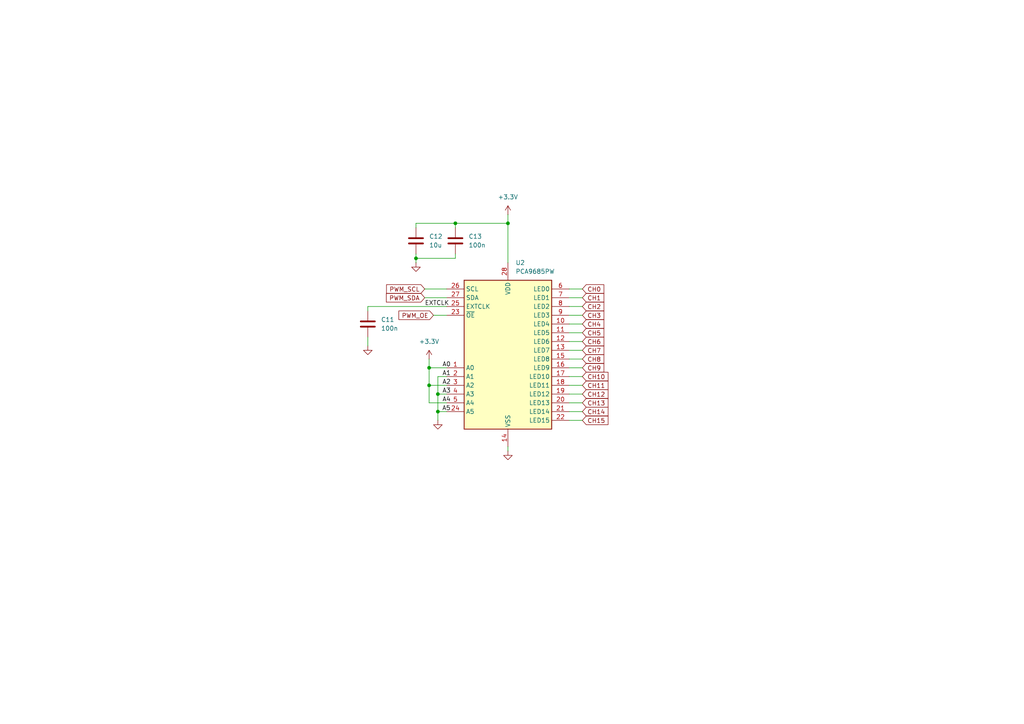
<source format=kicad_sch>
(kicad_sch
	(version 20231120)
	(generator "eeschema")
	(generator_version "8.0")
	(uuid "6ea3780f-ecad-43a6-a5ac-0d42157944fa")
	(paper "A4")
	(lib_symbols
		(symbol "Device:C"
			(pin_numbers hide)
			(pin_names
				(offset 0.254)
			)
			(exclude_from_sim no)
			(in_bom yes)
			(on_board yes)
			(property "Reference" "C"
				(at 0.635 2.54 0)
				(effects
					(font
						(size 1.27 1.27)
					)
					(justify left)
				)
			)
			(property "Value" "C"
				(at 0.635 -2.54 0)
				(effects
					(font
						(size 1.27 1.27)
					)
					(justify left)
				)
			)
			(property "Footprint" ""
				(at 0.9652 -3.81 0)
				(effects
					(font
						(size 1.27 1.27)
					)
					(hide yes)
				)
			)
			(property "Datasheet" "~"
				(at 0 0 0)
				(effects
					(font
						(size 1.27 1.27)
					)
					(hide yes)
				)
			)
			(property "Description" "Unpolarized capacitor"
				(at 0 0 0)
				(effects
					(font
						(size 1.27 1.27)
					)
					(hide yes)
				)
			)
			(property "ki_keywords" "cap capacitor"
				(at 0 0 0)
				(effects
					(font
						(size 1.27 1.27)
					)
					(hide yes)
				)
			)
			(property "ki_fp_filters" "C_*"
				(at 0 0 0)
				(effects
					(font
						(size 1.27 1.27)
					)
					(hide yes)
				)
			)
			(symbol "C_0_1"
				(polyline
					(pts
						(xy -2.032 -0.762) (xy 2.032 -0.762)
					)
					(stroke
						(width 0.508)
						(type default)
					)
					(fill
						(type none)
					)
				)
				(polyline
					(pts
						(xy -2.032 0.762) (xy 2.032 0.762)
					)
					(stroke
						(width 0.508)
						(type default)
					)
					(fill
						(type none)
					)
				)
			)
			(symbol "C_1_1"
				(pin passive line
					(at 0 3.81 270)
					(length 2.794)
					(name "~"
						(effects
							(font
								(size 1.27 1.27)
							)
						)
					)
					(number "1"
						(effects
							(font
								(size 1.27 1.27)
							)
						)
					)
				)
				(pin passive line
					(at 0 -3.81 90)
					(length 2.794)
					(name "~"
						(effects
							(font
								(size 1.27 1.27)
							)
						)
					)
					(number "2"
						(effects
							(font
								(size 1.27 1.27)
							)
						)
					)
				)
			)
		)
		(symbol "Driver_LED:PCA9685PW"
			(exclude_from_sim no)
			(in_bom yes)
			(on_board yes)
			(property "Reference" "U"
				(at -12.7 22.225 0)
				(effects
					(font
						(size 1.27 1.27)
					)
					(justify left)
				)
			)
			(property "Value" "PCA9685PW"
				(at 1.27 22.225 0)
				(effects
					(font
						(size 1.27 1.27)
					)
					(justify left)
				)
			)
			(property "Footprint" "Package_SO:TSSOP-28_4.4x9.7mm_P0.65mm"
				(at 0.635 -24.765 0)
				(effects
					(font
						(size 1.27 1.27)
					)
					(justify left)
					(hide yes)
				)
			)
			(property "Datasheet" "http://www.nxp.com/docs/en/data-sheet/PCA9685.pdf"
				(at -10.16 17.78 0)
				(effects
					(font
						(size 1.27 1.27)
					)
					(hide yes)
				)
			)
			(property "Description" "16-channel 12-bit PWM Fm+ I2C-bus LED controller RGBA TSSOP"
				(at 0 0 0)
				(effects
					(font
						(size 1.27 1.27)
					)
					(hide yes)
				)
			)
			(property "ki_keywords" "PWM LED driver I2C TSSOP"
				(at 0 0 0)
				(effects
					(font
						(size 1.27 1.27)
					)
					(hide yes)
				)
			)
			(property "ki_fp_filters" "TSSOP*4.4x9.7mm*P0.65mm*"
				(at 0 0 0)
				(effects
					(font
						(size 1.27 1.27)
					)
					(hide yes)
				)
			)
			(symbol "PCA9685PW_0_1"
				(rectangle
					(start -12.7 20.32)
					(end 12.7 -22.86)
					(stroke
						(width 0.254)
						(type default)
					)
					(fill
						(type background)
					)
				)
			)
			(symbol "PCA9685PW_1_1"
				(pin input line
					(at -17.78 -5.08 0)
					(length 5.08)
					(name "A0"
						(effects
							(font
								(size 1.27 1.27)
							)
						)
					)
					(number "1"
						(effects
							(font
								(size 1.27 1.27)
							)
						)
					)
				)
				(pin output line
					(at 17.78 7.62 180)
					(length 5.08)
					(name "LED4"
						(effects
							(font
								(size 1.27 1.27)
							)
						)
					)
					(number "10"
						(effects
							(font
								(size 1.27 1.27)
							)
						)
					)
				)
				(pin output line
					(at 17.78 5.08 180)
					(length 5.08)
					(name "LED5"
						(effects
							(font
								(size 1.27 1.27)
							)
						)
					)
					(number "11"
						(effects
							(font
								(size 1.27 1.27)
							)
						)
					)
				)
				(pin output line
					(at 17.78 2.54 180)
					(length 5.08)
					(name "LED6"
						(effects
							(font
								(size 1.27 1.27)
							)
						)
					)
					(number "12"
						(effects
							(font
								(size 1.27 1.27)
							)
						)
					)
				)
				(pin output line
					(at 17.78 0 180)
					(length 5.08)
					(name "LED7"
						(effects
							(font
								(size 1.27 1.27)
							)
						)
					)
					(number "13"
						(effects
							(font
								(size 1.27 1.27)
							)
						)
					)
				)
				(pin power_in line
					(at 0 -27.94 90)
					(length 5.08)
					(name "VSS"
						(effects
							(font
								(size 1.27 1.27)
							)
						)
					)
					(number "14"
						(effects
							(font
								(size 1.27 1.27)
							)
						)
					)
				)
				(pin output line
					(at 17.78 -2.54 180)
					(length 5.08)
					(name "LED8"
						(effects
							(font
								(size 1.27 1.27)
							)
						)
					)
					(number "15"
						(effects
							(font
								(size 1.27 1.27)
							)
						)
					)
				)
				(pin output line
					(at 17.78 -5.08 180)
					(length 5.08)
					(name "LED9"
						(effects
							(font
								(size 1.27 1.27)
							)
						)
					)
					(number "16"
						(effects
							(font
								(size 1.27 1.27)
							)
						)
					)
				)
				(pin output line
					(at 17.78 -7.62 180)
					(length 5.08)
					(name "LED10"
						(effects
							(font
								(size 1.27 1.27)
							)
						)
					)
					(number "17"
						(effects
							(font
								(size 1.27 1.27)
							)
						)
					)
				)
				(pin output line
					(at 17.78 -10.16 180)
					(length 5.08)
					(name "LED11"
						(effects
							(font
								(size 1.27 1.27)
							)
						)
					)
					(number "18"
						(effects
							(font
								(size 1.27 1.27)
							)
						)
					)
				)
				(pin output line
					(at 17.78 -12.7 180)
					(length 5.08)
					(name "LED12"
						(effects
							(font
								(size 1.27 1.27)
							)
						)
					)
					(number "19"
						(effects
							(font
								(size 1.27 1.27)
							)
						)
					)
				)
				(pin input line
					(at -17.78 -7.62 0)
					(length 5.08)
					(name "A1"
						(effects
							(font
								(size 1.27 1.27)
							)
						)
					)
					(number "2"
						(effects
							(font
								(size 1.27 1.27)
							)
						)
					)
				)
				(pin output line
					(at 17.78 -15.24 180)
					(length 5.08)
					(name "LED13"
						(effects
							(font
								(size 1.27 1.27)
							)
						)
					)
					(number "20"
						(effects
							(font
								(size 1.27 1.27)
							)
						)
					)
				)
				(pin output line
					(at 17.78 -17.78 180)
					(length 5.08)
					(name "LED14"
						(effects
							(font
								(size 1.27 1.27)
							)
						)
					)
					(number "21"
						(effects
							(font
								(size 1.27 1.27)
							)
						)
					)
				)
				(pin output line
					(at 17.78 -20.32 180)
					(length 5.08)
					(name "LED15"
						(effects
							(font
								(size 1.27 1.27)
							)
						)
					)
					(number "22"
						(effects
							(font
								(size 1.27 1.27)
							)
						)
					)
				)
				(pin input line
					(at -17.78 10.16 0)
					(length 5.08)
					(name "~{OE}"
						(effects
							(font
								(size 1.27 1.27)
							)
						)
					)
					(number "23"
						(effects
							(font
								(size 1.27 1.27)
							)
						)
					)
				)
				(pin input line
					(at -17.78 -17.78 0)
					(length 5.08)
					(name "A5"
						(effects
							(font
								(size 1.27 1.27)
							)
						)
					)
					(number "24"
						(effects
							(font
								(size 1.27 1.27)
							)
						)
					)
				)
				(pin input line
					(at -17.78 12.7 0)
					(length 5.08)
					(name "EXTCLK"
						(effects
							(font
								(size 1.27 1.27)
							)
						)
					)
					(number "25"
						(effects
							(font
								(size 1.27 1.27)
							)
						)
					)
				)
				(pin input line
					(at -17.78 17.78 0)
					(length 5.08)
					(name "SCL"
						(effects
							(font
								(size 1.27 1.27)
							)
						)
					)
					(number "26"
						(effects
							(font
								(size 1.27 1.27)
							)
						)
					)
				)
				(pin bidirectional line
					(at -17.78 15.24 0)
					(length 5.08)
					(name "SDA"
						(effects
							(font
								(size 1.27 1.27)
							)
						)
					)
					(number "27"
						(effects
							(font
								(size 1.27 1.27)
							)
						)
					)
				)
				(pin power_in line
					(at 0 25.4 270)
					(length 5.08)
					(name "VDD"
						(effects
							(font
								(size 1.27 1.27)
							)
						)
					)
					(number "28"
						(effects
							(font
								(size 1.27 1.27)
							)
						)
					)
				)
				(pin input line
					(at -17.78 -10.16 0)
					(length 5.08)
					(name "A2"
						(effects
							(font
								(size 1.27 1.27)
							)
						)
					)
					(number "3"
						(effects
							(font
								(size 1.27 1.27)
							)
						)
					)
				)
				(pin input line
					(at -17.78 -12.7 0)
					(length 5.08)
					(name "A3"
						(effects
							(font
								(size 1.27 1.27)
							)
						)
					)
					(number "4"
						(effects
							(font
								(size 1.27 1.27)
							)
						)
					)
				)
				(pin input line
					(at -17.78 -15.24 0)
					(length 5.08)
					(name "A4"
						(effects
							(font
								(size 1.27 1.27)
							)
						)
					)
					(number "5"
						(effects
							(font
								(size 1.27 1.27)
							)
						)
					)
				)
				(pin output line
					(at 17.78 17.78 180)
					(length 5.08)
					(name "LED0"
						(effects
							(font
								(size 1.27 1.27)
							)
						)
					)
					(number "6"
						(effects
							(font
								(size 1.27 1.27)
							)
						)
					)
				)
				(pin output line
					(at 17.78 15.24 180)
					(length 5.08)
					(name "LED1"
						(effects
							(font
								(size 1.27 1.27)
							)
						)
					)
					(number "7"
						(effects
							(font
								(size 1.27 1.27)
							)
						)
					)
				)
				(pin output line
					(at 17.78 12.7 180)
					(length 5.08)
					(name "LED2"
						(effects
							(font
								(size 1.27 1.27)
							)
						)
					)
					(number "8"
						(effects
							(font
								(size 1.27 1.27)
							)
						)
					)
				)
				(pin output line
					(at 17.78 10.16 180)
					(length 5.08)
					(name "LED3"
						(effects
							(font
								(size 1.27 1.27)
							)
						)
					)
					(number "9"
						(effects
							(font
								(size 1.27 1.27)
							)
						)
					)
				)
			)
		)
		(symbol "power:+3.3V"
			(power)
			(pin_numbers hide)
			(pin_names
				(offset 0) hide)
			(exclude_from_sim no)
			(in_bom yes)
			(on_board yes)
			(property "Reference" "#PWR"
				(at 0 -3.81 0)
				(effects
					(font
						(size 1.27 1.27)
					)
					(hide yes)
				)
			)
			(property "Value" "+3.3V"
				(at 0 3.556 0)
				(effects
					(font
						(size 1.27 1.27)
					)
				)
			)
			(property "Footprint" ""
				(at 0 0 0)
				(effects
					(font
						(size 1.27 1.27)
					)
					(hide yes)
				)
			)
			(property "Datasheet" ""
				(at 0 0 0)
				(effects
					(font
						(size 1.27 1.27)
					)
					(hide yes)
				)
			)
			(property "Description" "Power symbol creates a global label with name \"+3.3V\""
				(at 0 0 0)
				(effects
					(font
						(size 1.27 1.27)
					)
					(hide yes)
				)
			)
			(property "ki_keywords" "global power"
				(at 0 0 0)
				(effects
					(font
						(size 1.27 1.27)
					)
					(hide yes)
				)
			)
			(symbol "+3.3V_0_1"
				(polyline
					(pts
						(xy -0.762 1.27) (xy 0 2.54)
					)
					(stroke
						(width 0)
						(type default)
					)
					(fill
						(type none)
					)
				)
				(polyline
					(pts
						(xy 0 0) (xy 0 2.54)
					)
					(stroke
						(width 0)
						(type default)
					)
					(fill
						(type none)
					)
				)
				(polyline
					(pts
						(xy 0 2.54) (xy 0.762 1.27)
					)
					(stroke
						(width 0)
						(type default)
					)
					(fill
						(type none)
					)
				)
			)
			(symbol "+3.3V_1_1"
				(pin power_in line
					(at 0 0 90)
					(length 0)
					(name "~"
						(effects
							(font
								(size 1.27 1.27)
							)
						)
					)
					(number "1"
						(effects
							(font
								(size 1.27 1.27)
							)
						)
					)
				)
			)
		)
		(symbol "power:GND"
			(power)
			(pin_numbers hide)
			(pin_names
				(offset 0) hide)
			(exclude_from_sim no)
			(in_bom yes)
			(on_board yes)
			(property "Reference" "#PWR"
				(at 0 -6.35 0)
				(effects
					(font
						(size 1.27 1.27)
					)
					(hide yes)
				)
			)
			(property "Value" "GND"
				(at 0 -3.81 0)
				(effects
					(font
						(size 1.27 1.27)
					)
				)
			)
			(property "Footprint" ""
				(at 0 0 0)
				(effects
					(font
						(size 1.27 1.27)
					)
					(hide yes)
				)
			)
			(property "Datasheet" ""
				(at 0 0 0)
				(effects
					(font
						(size 1.27 1.27)
					)
					(hide yes)
				)
			)
			(property "Description" "Power symbol creates a global label with name \"GND\" , ground"
				(at 0 0 0)
				(effects
					(font
						(size 1.27 1.27)
					)
					(hide yes)
				)
			)
			(property "ki_keywords" "global power"
				(at 0 0 0)
				(effects
					(font
						(size 1.27 1.27)
					)
					(hide yes)
				)
			)
			(symbol "GND_0_1"
				(polyline
					(pts
						(xy 0 0) (xy 0 -1.27) (xy 1.27 -1.27) (xy 0 -2.54) (xy -1.27 -1.27) (xy 0 -1.27)
					)
					(stroke
						(width 0)
						(type default)
					)
					(fill
						(type none)
					)
				)
			)
			(symbol "GND_1_1"
				(pin power_in line
					(at 0 0 270)
					(length 0)
					(name "~"
						(effects
							(font
								(size 1.27 1.27)
							)
						)
					)
					(number "1"
						(effects
							(font
								(size 1.27 1.27)
							)
						)
					)
				)
			)
		)
	)
	(junction
		(at 124.46 106.68)
		(diameter 0)
		(color 0 0 0 0)
		(uuid "286cffd6-122d-4f0a-9f6f-7fd2b858b335")
	)
	(junction
		(at 132.08 64.77)
		(diameter 0)
		(color 0 0 0 0)
		(uuid "525af5a3-c164-4279-b902-bcd0ce3f9308")
	)
	(junction
		(at 120.65 74.93)
		(diameter 0)
		(color 0 0 0 0)
		(uuid "9e125e1b-2326-46dd-b301-8a91a50325fb")
	)
	(junction
		(at 147.32 64.77)
		(diameter 0)
		(color 0 0 0 0)
		(uuid "b77899cc-03f8-46db-81e2-ff652b9ee9f7")
	)
	(junction
		(at 127 119.38)
		(diameter 0)
		(color 0 0 0 0)
		(uuid "cf6606f5-88d8-4115-8f00-527f57ae188f")
	)
	(junction
		(at 127 114.3)
		(diameter 0)
		(color 0 0 0 0)
		(uuid "dcaf2442-d55c-46e4-b99a-25d009a413d9")
	)
	(junction
		(at 124.46 111.76)
		(diameter 0)
		(color 0 0 0 0)
		(uuid "fd7299d3-33bd-4b92-994a-6126e0e77b2a")
	)
	(wire
		(pts
			(xy 165.1 96.52) (xy 168.91 96.52)
		)
		(stroke
			(width 0)
			(type default)
		)
		(uuid "0324d7e7-c77d-4107-a824-8b25ab530d25")
	)
	(wire
		(pts
			(xy 120.65 66.04) (xy 120.65 64.77)
		)
		(stroke
			(width 0)
			(type default)
		)
		(uuid "03c054f3-4cb1-4c10-9ec8-65050bef6fa7")
	)
	(wire
		(pts
			(xy 127 109.22) (xy 129.54 109.22)
		)
		(stroke
			(width 0)
			(type default)
		)
		(uuid "07f1d079-8c5f-4a7c-9f79-3464842d4f1e")
	)
	(wire
		(pts
			(xy 147.32 62.23) (xy 147.32 64.77)
		)
		(stroke
			(width 0)
			(type default)
		)
		(uuid "0f8dddc7-c262-4582-9810-c5c98b8aabbf")
	)
	(wire
		(pts
			(xy 124.46 116.84) (xy 129.54 116.84)
		)
		(stroke
			(width 0)
			(type default)
		)
		(uuid "31c75294-e353-4898-9fe8-19d5fdc1edfc")
	)
	(wire
		(pts
			(xy 127 119.38) (xy 127 121.92)
		)
		(stroke
			(width 0)
			(type default)
		)
		(uuid "35c004e3-731d-446c-8dec-e69d2ca4ee0d")
	)
	(wire
		(pts
			(xy 124.46 106.68) (xy 124.46 111.76)
		)
		(stroke
			(width 0)
			(type default)
		)
		(uuid "3b1cf096-1b9b-4d3e-9588-a478fb6514c8")
	)
	(wire
		(pts
			(xy 165.1 83.82) (xy 168.91 83.82)
		)
		(stroke
			(width 0)
			(type default)
		)
		(uuid "447627fa-642c-4dea-bc9c-a1a3b408eaab")
	)
	(wire
		(pts
			(xy 120.65 74.93) (xy 120.65 76.2)
		)
		(stroke
			(width 0)
			(type default)
		)
		(uuid "4629f2ea-0df2-481f-a9f9-ee674f36327a")
	)
	(wire
		(pts
			(xy 124.46 104.14) (xy 124.46 106.68)
		)
		(stroke
			(width 0)
			(type default)
		)
		(uuid "46de04d9-7603-4d1f-8a67-8d9888493952")
	)
	(wire
		(pts
			(xy 165.1 104.14) (xy 168.91 104.14)
		)
		(stroke
			(width 0)
			(type default)
		)
		(uuid "4c70dd2a-e14f-42c7-b10d-ce9fc281fd31")
	)
	(wire
		(pts
			(xy 165.1 93.98) (xy 168.91 93.98)
		)
		(stroke
			(width 0)
			(type default)
		)
		(uuid "531dfee3-9d25-4fcf-bd3b-bbac919585f5")
	)
	(wire
		(pts
			(xy 147.32 76.2) (xy 147.32 64.77)
		)
		(stroke
			(width 0)
			(type default)
		)
		(uuid "5773e75b-b4e0-449f-8d72-960db10d2400")
	)
	(wire
		(pts
			(xy 165.1 88.9) (xy 168.91 88.9)
		)
		(stroke
			(width 0)
			(type default)
		)
		(uuid "60b80d2e-6d14-45d2-bb8e-ee171c49032b")
	)
	(wire
		(pts
			(xy 123.19 83.82) (xy 129.54 83.82)
		)
		(stroke
			(width 0)
			(type default)
		)
		(uuid "61211e61-b1eb-4371-a324-e82fc2ad9705")
	)
	(wire
		(pts
			(xy 127 119.38) (xy 129.54 119.38)
		)
		(stroke
			(width 0)
			(type default)
		)
		(uuid "666f2bb5-590c-4a9d-9653-280f87df8ebb")
	)
	(wire
		(pts
			(xy 106.68 97.79) (xy 106.68 100.33)
		)
		(stroke
			(width 0)
			(type default)
		)
		(uuid "68c3d091-3b1c-4309-9b66-9b513ca47e03")
	)
	(wire
		(pts
			(xy 127 114.3) (xy 129.54 114.3)
		)
		(stroke
			(width 0)
			(type default)
		)
		(uuid "6d2e5d77-ad65-4a4e-b8f7-8ca5860aa3bd")
	)
	(wire
		(pts
			(xy 124.46 106.68) (xy 129.54 106.68)
		)
		(stroke
			(width 0)
			(type default)
		)
		(uuid "706694bc-0a45-4686-b351-c90330baac8b")
	)
	(wire
		(pts
			(xy 124.46 111.76) (xy 129.54 111.76)
		)
		(stroke
			(width 0)
			(type default)
		)
		(uuid "70d4c428-7d0a-46f8-a192-789e35db70f8")
	)
	(wire
		(pts
			(xy 106.68 88.9) (xy 129.54 88.9)
		)
		(stroke
			(width 0)
			(type default)
		)
		(uuid "72e6b2de-b777-43fe-9a57-bd4d20706a7f")
	)
	(wire
		(pts
			(xy 124.46 116.84) (xy 124.46 111.76)
		)
		(stroke
			(width 0)
			(type default)
		)
		(uuid "7a1ba873-599c-4f2d-ba07-ef129650631a")
	)
	(wire
		(pts
			(xy 165.1 121.92) (xy 168.91 121.92)
		)
		(stroke
			(width 0)
			(type default)
		)
		(uuid "7eefefee-c18c-4eeb-8f1d-e02943cc6156")
	)
	(wire
		(pts
			(xy 120.65 74.93) (xy 120.65 73.66)
		)
		(stroke
			(width 0)
			(type default)
		)
		(uuid "7f498a3c-10bd-4c3f-88e2-9b6922c8aed8")
	)
	(wire
		(pts
			(xy 147.32 129.54) (xy 147.32 130.81)
		)
		(stroke
			(width 0)
			(type default)
		)
		(uuid "817d2c43-004d-41ea-98e3-04697ef3e255")
	)
	(wire
		(pts
			(xy 165.1 106.68) (xy 168.91 106.68)
		)
		(stroke
			(width 0)
			(type default)
		)
		(uuid "93912e09-b05f-4165-944d-ba89ea77c1c9")
	)
	(wire
		(pts
			(xy 165.1 101.6) (xy 168.91 101.6)
		)
		(stroke
			(width 0)
			(type default)
		)
		(uuid "9430b5a1-1df1-404d-8c11-5806b4d547ed")
	)
	(wire
		(pts
			(xy 132.08 74.93) (xy 120.65 74.93)
		)
		(stroke
			(width 0)
			(type default)
		)
		(uuid "9bcf92c6-1ee5-4860-bf04-6ea464b117a2")
	)
	(wire
		(pts
			(xy 165.1 91.44) (xy 168.91 91.44)
		)
		(stroke
			(width 0)
			(type default)
		)
		(uuid "ab3b3ba3-3a0f-4d8e-a5b6-2f83a6c1a086")
	)
	(wire
		(pts
			(xy 165.1 114.3) (xy 168.91 114.3)
		)
		(stroke
			(width 0)
			(type default)
		)
		(uuid "ac72295c-f8cc-471a-9c7b-046beef74763")
	)
	(wire
		(pts
			(xy 165.1 109.22) (xy 168.91 109.22)
		)
		(stroke
			(width 0)
			(type default)
		)
		(uuid "ad25a687-e652-403f-a7b0-a4383be9582e")
	)
	(wire
		(pts
			(xy 132.08 73.66) (xy 132.08 74.93)
		)
		(stroke
			(width 0)
			(type default)
		)
		(uuid "ad55484d-23ca-4fd4-9cc5-fea9b4c156f6")
	)
	(wire
		(pts
			(xy 165.1 86.36) (xy 168.91 86.36)
		)
		(stroke
			(width 0)
			(type default)
		)
		(uuid "c58bc5f1-3073-4562-b733-ba995ea929a3")
	)
	(wire
		(pts
			(xy 125.73 91.44) (xy 129.54 91.44)
		)
		(stroke
			(width 0)
			(type default)
		)
		(uuid "c6257cdb-6eb0-4303-9f2d-52b03f65e065")
	)
	(wire
		(pts
			(xy 127 109.22) (xy 127 114.3)
		)
		(stroke
			(width 0)
			(type default)
		)
		(uuid "cf0b02fa-1908-40dc-bbc1-135e435d2a8c")
	)
	(wire
		(pts
			(xy 165.1 119.38) (xy 168.91 119.38)
		)
		(stroke
			(width 0)
			(type default)
		)
		(uuid "cf844f40-0795-43bd-9c0b-5174ba29bb2e")
	)
	(wire
		(pts
			(xy 132.08 66.04) (xy 132.08 64.77)
		)
		(stroke
			(width 0)
			(type default)
		)
		(uuid "de921fa5-49c6-4c89-a6b4-d2c9e0e53039")
	)
	(wire
		(pts
			(xy 165.1 99.06) (xy 168.91 99.06)
		)
		(stroke
			(width 0)
			(type default)
		)
		(uuid "df9e30ed-ef69-49bf-a69f-1be9b91ca562")
	)
	(wire
		(pts
			(xy 120.65 64.77) (xy 132.08 64.77)
		)
		(stroke
			(width 0)
			(type default)
		)
		(uuid "e248a6ec-8a40-41ee-91c0-ee628f91c182")
	)
	(wire
		(pts
			(xy 165.1 111.76) (xy 168.91 111.76)
		)
		(stroke
			(width 0)
			(type default)
		)
		(uuid "e64b9a95-b9e4-417f-a5b1-42ff3066fcd4")
	)
	(wire
		(pts
			(xy 106.68 88.9) (xy 106.68 90.17)
		)
		(stroke
			(width 0)
			(type default)
		)
		(uuid "ec041ede-0eae-401c-ac44-0083d41bfd2c")
	)
	(wire
		(pts
			(xy 123.19 86.36) (xy 129.54 86.36)
		)
		(stroke
			(width 0)
			(type default)
		)
		(uuid "f20c827f-27c6-41d7-87c7-e2c363f7d6f7")
	)
	(wire
		(pts
			(xy 127 114.3) (xy 127 119.38)
		)
		(stroke
			(width 0)
			(type default)
		)
		(uuid "f273932e-b001-4ebe-bd89-b52f3621bda3")
	)
	(wire
		(pts
			(xy 147.32 64.77) (xy 132.08 64.77)
		)
		(stroke
			(width 0)
			(type default)
		)
		(uuid "f6987864-7d5f-4bc9-9f55-2b119ee2887f")
	)
	(wire
		(pts
			(xy 165.1 116.84) (xy 168.91 116.84)
		)
		(stroke
			(width 0)
			(type default)
		)
		(uuid "ffdb5b53-2b1c-4a1d-968d-40249464d482")
	)
	(label "EXTCLK"
		(at 123.19 88.9 0)
		(effects
			(font
				(size 1.27 1.27)
			)
			(justify left bottom)
		)
		(uuid "25bc3bbe-ea28-4907-9042-d7360e6873d2")
	)
	(label "A3"
		(at 128.27 114.3 0)
		(effects
			(font
				(size 1.27 1.27)
			)
			(justify left bottom)
		)
		(uuid "5cfb3b3d-48a1-4f43-8d0d-919d5ed0f9d3")
	)
	(label "A2"
		(at 128.27 111.76 0)
		(effects
			(font
				(size 1.27 1.27)
			)
			(justify left bottom)
		)
		(uuid "731a36b6-2d57-420a-85b2-819bc608fa2e")
	)
	(label "A0"
		(at 128.27 106.68 0)
		(effects
			(font
				(size 1.27 1.27)
			)
			(justify left bottom)
		)
		(uuid "92378605-a2a1-4321-9399-ddc11db56a65")
	)
	(label "A5"
		(at 128.2199 119.38 0)
		(effects
			(font
				(size 1.27 1.27)
			)
			(justify left bottom)
		)
		(uuid "98583b4d-141a-4fd3-9ff6-bd51aeeb40b9")
	)
	(label "A1"
		(at 128.27 109.22 0)
		(effects
			(font
				(size 1.27 1.27)
			)
			(justify left bottom)
		)
		(uuid "aca32e6c-7016-4be0-9dd0-429b3ae952f6")
	)
	(label "A4"
		(at 128.27 116.84 0)
		(effects
			(font
				(size 1.27 1.27)
			)
			(justify left bottom)
		)
		(uuid "df168024-a53e-4db7-8b7c-907ad8a54dd4")
	)
	(global_label "CH1"
		(shape input)
		(at 168.91 86.36 0)
		(fields_autoplaced yes)
		(effects
			(font
				(size 1.27 1.27)
			)
			(justify left)
		)
		(uuid "01bf4077-260b-485d-9304-099849373713")
		(property "Intersheetrefs" "${INTERSHEET_REFS}"
			(at 175.7052 86.36 0)
			(effects
				(font
					(size 1.27 1.27)
				)
				(justify left)
				(hide yes)
			)
		)
	)
	(global_label "PWM_SDA"
		(shape input)
		(at 123.19 86.36 180)
		(fields_autoplaced yes)
		(effects
			(font
				(size 1.27 1.27)
			)
			(justify right)
		)
		(uuid "20fdb4b8-184c-491c-8f7c-38149f873af8")
		(property "Intersheetrefs" "${INTERSHEET_REFS}"
			(at 111.4963 86.36 0)
			(effects
				(font
					(size 1.27 1.27)
				)
				(justify right)
				(hide yes)
			)
		)
	)
	(global_label "CH11"
		(shape input)
		(at 168.91 111.76 0)
		(fields_autoplaced yes)
		(effects
			(font
				(size 1.27 1.27)
			)
			(justify left)
		)
		(uuid "21751ee0-4c99-47e1-b40f-97b325725bf6")
		(property "Intersheetrefs" "${INTERSHEET_REFS}"
			(at 176.9147 111.76 0)
			(effects
				(font
					(size 1.27 1.27)
				)
				(justify left)
				(hide yes)
			)
		)
	)
	(global_label "CH4"
		(shape input)
		(at 168.91 93.98 0)
		(fields_autoplaced yes)
		(effects
			(font
				(size 1.27 1.27)
			)
			(justify left)
		)
		(uuid "29aced03-910f-467f-8bbe-90dbce52b59e")
		(property "Intersheetrefs" "${INTERSHEET_REFS}"
			(at 175.7052 93.98 0)
			(effects
				(font
					(size 1.27 1.27)
				)
				(justify left)
				(hide yes)
			)
		)
	)
	(global_label "CH7"
		(shape input)
		(at 168.91 101.6 0)
		(fields_autoplaced yes)
		(effects
			(font
				(size 1.27 1.27)
			)
			(justify left)
		)
		(uuid "36897b59-a4e0-4392-810c-67c5d9d025a7")
		(property "Intersheetrefs" "${INTERSHEET_REFS}"
			(at 175.7052 101.6 0)
			(effects
				(font
					(size 1.27 1.27)
				)
				(justify left)
				(hide yes)
			)
		)
	)
	(global_label "CH9"
		(shape input)
		(at 168.91 106.68 0)
		(fields_autoplaced yes)
		(effects
			(font
				(size 1.27 1.27)
			)
			(justify left)
		)
		(uuid "3b22db8e-d77e-4abd-bc41-04158f2c4d15")
		(property "Intersheetrefs" "${INTERSHEET_REFS}"
			(at 175.7052 106.68 0)
			(effects
				(font
					(size 1.27 1.27)
				)
				(justify left)
				(hide yes)
			)
		)
	)
	(global_label "CH8"
		(shape input)
		(at 168.91 104.14 0)
		(fields_autoplaced yes)
		(effects
			(font
				(size 1.27 1.27)
			)
			(justify left)
		)
		(uuid "3d2a13f1-4910-4baa-a6cc-62865e7d228e")
		(property "Intersheetrefs" "${INTERSHEET_REFS}"
			(at 175.7052 104.14 0)
			(effects
				(font
					(size 1.27 1.27)
				)
				(justify left)
				(hide yes)
			)
		)
	)
	(global_label "CH5"
		(shape input)
		(at 168.91 96.52 0)
		(fields_autoplaced yes)
		(effects
			(font
				(size 1.27 1.27)
			)
			(justify left)
		)
		(uuid "4081c8a5-5fa5-40e2-b77d-b61b36a08206")
		(property "Intersheetrefs" "${INTERSHEET_REFS}"
			(at 175.7052 96.52 0)
			(effects
				(font
					(size 1.27 1.27)
				)
				(justify left)
				(hide yes)
			)
		)
	)
	(global_label "CH0"
		(shape input)
		(at 168.91 83.82 0)
		(fields_autoplaced yes)
		(effects
			(font
				(size 1.27 1.27)
			)
			(justify left)
		)
		(uuid "58228465-9e93-4e16-b0ef-57ec92e6e50b")
		(property "Intersheetrefs" "${INTERSHEET_REFS}"
			(at 175.7052 83.82 0)
			(effects
				(font
					(size 1.27 1.27)
				)
				(justify left)
				(hide yes)
			)
		)
	)
	(global_label "CH10"
		(shape input)
		(at 168.91 109.22 0)
		(fields_autoplaced yes)
		(effects
			(font
				(size 1.27 1.27)
			)
			(justify left)
		)
		(uuid "60193025-0089-4127-ab7d-e2c09166756b")
		(property "Intersheetrefs" "${INTERSHEET_REFS}"
			(at 176.9147 109.22 0)
			(effects
				(font
					(size 1.27 1.27)
				)
				(justify left)
				(hide yes)
			)
		)
	)
	(global_label "CH2"
		(shape input)
		(at 168.91 88.9 0)
		(fields_autoplaced yes)
		(effects
			(font
				(size 1.27 1.27)
			)
			(justify left)
		)
		(uuid "738fdec5-577a-4fd8-a5a1-4e8c7f51e192")
		(property "Intersheetrefs" "${INTERSHEET_REFS}"
			(at 175.7052 88.9 0)
			(effects
				(font
					(size 1.27 1.27)
				)
				(justify left)
				(hide yes)
			)
		)
	)
	(global_label "CH6"
		(shape input)
		(at 168.91 99.06 0)
		(fields_autoplaced yes)
		(effects
			(font
				(size 1.27 1.27)
			)
			(justify left)
		)
		(uuid "748d852c-b50a-4ff2-aee8-25954e46d581")
		(property "Intersheetrefs" "${INTERSHEET_REFS}"
			(at 175.7052 99.06 0)
			(effects
				(font
					(size 1.27 1.27)
				)
				(justify left)
				(hide yes)
			)
		)
	)
	(global_label "CH13"
		(shape input)
		(at 168.91 116.84 0)
		(fields_autoplaced yes)
		(effects
			(font
				(size 1.27 1.27)
			)
			(justify left)
		)
		(uuid "88600226-e94c-4180-9311-33d140478a82")
		(property "Intersheetrefs" "${INTERSHEET_REFS}"
			(at 176.9147 116.84 0)
			(effects
				(font
					(size 1.27 1.27)
				)
				(justify left)
				(hide yes)
			)
		)
	)
	(global_label "PWM_SCL"
		(shape input)
		(at 123.19 83.82 180)
		(fields_autoplaced yes)
		(effects
			(font
				(size 1.27 1.27)
			)
			(justify right)
		)
		(uuid "88fb898b-777d-431f-8a43-3357317bd3b5")
		(property "Intersheetrefs" "${INTERSHEET_REFS}"
			(at 111.5568 83.82 0)
			(effects
				(font
					(size 1.27 1.27)
				)
				(justify right)
				(hide yes)
			)
		)
	)
	(global_label "CH3"
		(shape input)
		(at 168.91 91.44 0)
		(fields_autoplaced yes)
		(effects
			(font
				(size 1.27 1.27)
			)
			(justify left)
		)
		(uuid "92da6d59-373e-4d5d-a0b6-9360801826ea")
		(property "Intersheetrefs" "${INTERSHEET_REFS}"
			(at 175.7052 91.44 0)
			(effects
				(font
					(size 1.27 1.27)
				)
				(justify left)
				(hide yes)
			)
		)
	)
	(global_label "CH14"
		(shape input)
		(at 168.91 119.38 0)
		(fields_autoplaced yes)
		(effects
			(font
				(size 1.27 1.27)
			)
			(justify left)
		)
		(uuid "aeb22e60-26f7-442d-b177-fd84a36a127c")
		(property "Intersheetrefs" "${INTERSHEET_REFS}"
			(at 176.9147 119.38 0)
			(effects
				(font
					(size 1.27 1.27)
				)
				(justify left)
				(hide yes)
			)
		)
	)
	(global_label "PWM_OE"
		(shape input)
		(at 125.73 91.44 180)
		(fields_autoplaced yes)
		(effects
			(font
				(size 1.27 1.27)
			)
			(justify right)
		)
		(uuid "b34bfa0e-2471-46d7-8f44-1a2fc0d1a8e0")
		(property "Intersheetrefs" "${INTERSHEET_REFS}"
			(at 115.1249 91.44 0)
			(effects
				(font
					(size 1.27 1.27)
				)
				(justify right)
				(hide yes)
			)
		)
	)
	(global_label "CH15"
		(shape input)
		(at 168.91 121.92 0)
		(fields_autoplaced yes)
		(effects
			(font
				(size 1.27 1.27)
			)
			(justify left)
		)
		(uuid "c6efcc7e-ac86-4fce-a814-20e056734ff2")
		(property "Intersheetrefs" "${INTERSHEET_REFS}"
			(at 176.9147 121.92 0)
			(effects
				(font
					(size 1.27 1.27)
				)
				(justify left)
				(hide yes)
			)
		)
	)
	(global_label "CH12"
		(shape input)
		(at 168.91 114.3 0)
		(fields_autoplaced yes)
		(effects
			(font
				(size 1.27 1.27)
			)
			(justify left)
		)
		(uuid "e3e46263-1469-4fda-8245-9f14392df853")
		(property "Intersheetrefs" "${INTERSHEET_REFS}"
			(at 176.9147 114.3 0)
			(effects
				(font
					(size 1.27 1.27)
				)
				(justify left)
				(hide yes)
			)
		)
	)
	(symbol
		(lib_id "power:GND")
		(at 106.68 100.33 0)
		(unit 1)
		(exclude_from_sim no)
		(in_bom yes)
		(on_board yes)
		(dnp no)
		(fields_autoplaced yes)
		(uuid "16011d7c-1797-4c1e-8580-d69bc2751f82")
		(property "Reference" "#PWR016"
			(at 106.68 106.68 0)
			(effects
				(font
					(size 1.27 1.27)
				)
				(hide yes)
			)
		)
		(property "Value" "GND"
			(at 106.68 105.41 0)
			(effects
				(font
					(size 1.27 1.27)
				)
				(hide yes)
			)
		)
		(property "Footprint" ""
			(at 106.68 100.33 0)
			(effects
				(font
					(size 1.27 1.27)
				)
				(hide yes)
			)
		)
		(property "Datasheet" ""
			(at 106.68 100.33 0)
			(effects
				(font
					(size 1.27 1.27)
				)
				(hide yes)
			)
		)
		(property "Description" "Power symbol creates a global label with name \"GND\" , ground"
			(at 106.68 100.33 0)
			(effects
				(font
					(size 1.27 1.27)
				)
				(hide yes)
			)
		)
		(pin "1"
			(uuid "f574cc74-e37b-442c-a625-566d539c9e12")
		)
		(instances
			(project "V1.03"
				(path "/e8380e09-dbfb-452d-aae9-f4ebc3c118cf/4c758029-52cf-4f61-8cf4-8aa3c6645383"
					(reference "#PWR016")
					(unit 1)
				)
			)
		)
	)
	(symbol
		(lib_id "power:GND")
		(at 147.32 130.81 0)
		(unit 1)
		(exclude_from_sim no)
		(in_bom yes)
		(on_board yes)
		(dnp no)
		(fields_autoplaced yes)
		(uuid "5591425a-5458-42d2-8093-87e72a0a385f")
		(property "Reference" "#PWR021"
			(at 147.32 137.16 0)
			(effects
				(font
					(size 1.27 1.27)
				)
				(hide yes)
			)
		)
		(property "Value" "GND"
			(at 147.32 135.89 0)
			(effects
				(font
					(size 1.27 1.27)
				)
				(hide yes)
			)
		)
		(property "Footprint" ""
			(at 147.32 130.81 0)
			(effects
				(font
					(size 1.27 1.27)
				)
				(hide yes)
			)
		)
		(property "Datasheet" ""
			(at 147.32 130.81 0)
			(effects
				(font
					(size 1.27 1.27)
				)
				(hide yes)
			)
		)
		(property "Description" "Power symbol creates a global label with name \"GND\" , ground"
			(at 147.32 130.81 0)
			(effects
				(font
					(size 1.27 1.27)
				)
				(hide yes)
			)
		)
		(pin "1"
			(uuid "932b74bc-ffe4-4b1c-97cf-a2f6896af021")
		)
		(instances
			(project "V1.03"
				(path "/e8380e09-dbfb-452d-aae9-f4ebc3c118cf/4c758029-52cf-4f61-8cf4-8aa3c6645383"
					(reference "#PWR021")
					(unit 1)
				)
			)
		)
	)
	(symbol
		(lib_id "power:+3.3V")
		(at 124.46 104.14 0)
		(unit 1)
		(exclude_from_sim no)
		(in_bom yes)
		(on_board yes)
		(dnp no)
		(fields_autoplaced yes)
		(uuid "74e24bc3-de19-4138-8b70-6dd60bf1ae57")
		(property "Reference" "#PWR018"
			(at 124.46 107.95 0)
			(effects
				(font
					(size 1.27 1.27)
				)
				(hide yes)
			)
		)
		(property "Value" "+3.3V"
			(at 124.46 99.06 0)
			(effects
				(font
					(size 1.27 1.27)
				)
			)
		)
		(property "Footprint" ""
			(at 124.46 104.14 0)
			(effects
				(font
					(size 1.27 1.27)
				)
				(hide yes)
			)
		)
		(property "Datasheet" ""
			(at 124.46 104.14 0)
			(effects
				(font
					(size 1.27 1.27)
				)
				(hide yes)
			)
		)
		(property "Description" "Power symbol creates a global label with name \"+3.3V\""
			(at 124.46 104.14 0)
			(effects
				(font
					(size 1.27 1.27)
				)
				(hide yes)
			)
		)
		(pin "1"
			(uuid "f6c90e5f-92a3-4a9d-855f-f14746cb2c26")
		)
		(instances
			(project "V1.03"
				(path "/e8380e09-dbfb-452d-aae9-f4ebc3c118cf/4c758029-52cf-4f61-8cf4-8aa3c6645383"
					(reference "#PWR018")
					(unit 1)
				)
			)
		)
	)
	(symbol
		(lib_id "Device:C")
		(at 120.65 69.85 0)
		(unit 1)
		(exclude_from_sim no)
		(in_bom yes)
		(on_board yes)
		(dnp no)
		(fields_autoplaced yes)
		(uuid "758df2ad-6ede-4cc0-a6a5-627e88dc4e7f")
		(property "Reference" "C12"
			(at 124.46 68.5799 0)
			(effects
				(font
					(size 1.27 1.27)
				)
				(justify left)
			)
		)
		(property "Value" "10u"
			(at 124.46 71.1199 0)
			(effects
				(font
					(size 1.27 1.27)
				)
				(justify left)
			)
		)
		(property "Footprint" "Capacitor_SMD:C_0603_1608Metric"
			(at 121.6152 73.66 0)
			(effects
				(font
					(size 1.27 1.27)
				)
				(hide yes)
			)
		)
		(property "Datasheet" "~"
			(at 120.65 69.85 0)
			(effects
				(font
					(size 1.27 1.27)
				)
				(hide yes)
			)
		)
		(property "Description" "Unpolarized capacitor"
			(at 120.65 69.85 0)
			(effects
				(font
					(size 1.27 1.27)
				)
				(hide yes)
			)
		)
		(pin "1"
			(uuid "c7416f2f-c8d1-4fee-b229-168dd34b1733")
		)
		(pin "2"
			(uuid "816490bb-14b5-4779-b42d-4f6a03050023")
		)
		(instances
			(project "V1.03"
				(path "/e8380e09-dbfb-452d-aae9-f4ebc3c118cf/4c758029-52cf-4f61-8cf4-8aa3c6645383"
					(reference "C12")
					(unit 1)
				)
			)
		)
	)
	(symbol
		(lib_id "Device:C")
		(at 132.08 69.85 0)
		(unit 1)
		(exclude_from_sim no)
		(in_bom yes)
		(on_board yes)
		(dnp no)
		(fields_autoplaced yes)
		(uuid "8b2a653a-57fa-40a1-b129-af79c17047d4")
		(property "Reference" "C13"
			(at 135.89 68.5799 0)
			(effects
				(font
					(size 1.27 1.27)
				)
				(justify left)
			)
		)
		(property "Value" "100n"
			(at 135.89 71.1199 0)
			(effects
				(font
					(size 1.27 1.27)
				)
				(justify left)
			)
		)
		(property "Footprint" "Capacitor_SMD:C_0402_1005Metric"
			(at 133.0452 73.66 0)
			(effects
				(font
					(size 1.27 1.27)
				)
				(hide yes)
			)
		)
		(property "Datasheet" "~"
			(at 132.08 69.85 0)
			(effects
				(font
					(size 1.27 1.27)
				)
				(hide yes)
			)
		)
		(property "Description" "Unpolarized capacitor"
			(at 132.08 69.85 0)
			(effects
				(font
					(size 1.27 1.27)
				)
				(hide yes)
			)
		)
		(pin "1"
			(uuid "0de0a1ac-487d-4223-bc69-d6ca9ee3250c")
		)
		(pin "2"
			(uuid "0902e55f-f264-4ac4-ab1c-dca919ab100e")
		)
		(instances
			(project "V1.03"
				(path "/e8380e09-dbfb-452d-aae9-f4ebc3c118cf/4c758029-52cf-4f61-8cf4-8aa3c6645383"
					(reference "C13")
					(unit 1)
				)
			)
		)
	)
	(symbol
		(lib_id "power:GND")
		(at 127 121.92 0)
		(unit 1)
		(exclude_from_sim no)
		(in_bom yes)
		(on_board yes)
		(dnp no)
		(fields_autoplaced yes)
		(uuid "9a0214aa-e9a1-42fe-9b59-871d83c092e2")
		(property "Reference" "#PWR019"
			(at 127 128.27 0)
			(effects
				(font
					(size 1.27 1.27)
				)
				(hide yes)
			)
		)
		(property "Value" "GND"
			(at 127 127 0)
			(effects
				(font
					(size 1.27 1.27)
				)
				(hide yes)
			)
		)
		(property "Footprint" ""
			(at 127 121.92 0)
			(effects
				(font
					(size 1.27 1.27)
				)
				(hide yes)
			)
		)
		(property "Datasheet" ""
			(at 127 121.92 0)
			(effects
				(font
					(size 1.27 1.27)
				)
				(hide yes)
			)
		)
		(property "Description" "Power symbol creates a global label with name \"GND\" , ground"
			(at 127 121.92 0)
			(effects
				(font
					(size 1.27 1.27)
				)
				(hide yes)
			)
		)
		(pin "1"
			(uuid "47cb4938-f273-4240-99de-2edd52683008")
		)
		(instances
			(project "V1.03"
				(path "/e8380e09-dbfb-452d-aae9-f4ebc3c118cf/4c758029-52cf-4f61-8cf4-8aa3c6645383"
					(reference "#PWR019")
					(unit 1)
				)
			)
		)
	)
	(symbol
		(lib_id "power:+3.3V")
		(at 147.32 62.23 0)
		(unit 1)
		(exclude_from_sim no)
		(in_bom yes)
		(on_board yes)
		(dnp no)
		(fields_autoplaced yes)
		(uuid "ca378c45-b330-419f-9bd8-edb06e29172c")
		(property "Reference" "#PWR020"
			(at 147.32 66.04 0)
			(effects
				(font
					(size 1.27 1.27)
				)
				(hide yes)
			)
		)
		(property "Value" "+3.3V"
			(at 147.32 57.15 0)
			(effects
				(font
					(size 1.27 1.27)
				)
			)
		)
		(property "Footprint" ""
			(at 147.32 62.23 0)
			(effects
				(font
					(size 1.27 1.27)
				)
				(hide yes)
			)
		)
		(property "Datasheet" ""
			(at 147.32 62.23 0)
			(effects
				(font
					(size 1.27 1.27)
				)
				(hide yes)
			)
		)
		(property "Description" "Power symbol creates a global label with name \"+3.3V\""
			(at 147.32 62.23 0)
			(effects
				(font
					(size 1.27 1.27)
				)
				(hide yes)
			)
		)
		(pin "1"
			(uuid "80a1f1f1-9991-441f-9409-0317e14f178f")
		)
		(instances
			(project "V1.03"
				(path "/e8380e09-dbfb-452d-aae9-f4ebc3c118cf/4c758029-52cf-4f61-8cf4-8aa3c6645383"
					(reference "#PWR020")
					(unit 1)
				)
			)
		)
	)
	(symbol
		(lib_id "Driver_LED:PCA9685PW")
		(at 147.32 101.6 0)
		(unit 1)
		(exclude_from_sim no)
		(in_bom yes)
		(on_board yes)
		(dnp no)
		(fields_autoplaced yes)
		(uuid "caf091e1-52a2-4007-b945-6ee1a7e9f067")
		(property "Reference" "U2"
			(at 149.5141 76.2 0)
			(effects
				(font
					(size 1.27 1.27)
				)
				(justify left)
			)
		)
		(property "Value" "PCA9685PW"
			(at 149.5141 78.74 0)
			(effects
				(font
					(size 1.27 1.27)
				)
				(justify left)
			)
		)
		(property "Footprint" "Package_SO:TSSOP-28_4.4x9.7mm_P0.65mm"
			(at 147.955 126.365 0)
			(effects
				(font
					(size 1.27 1.27)
				)
				(justify left)
				(hide yes)
			)
		)
		(property "Datasheet" "http://www.nxp.com/docs/en/data-sheet/PCA9685.pdf"
			(at 137.16 83.82 0)
			(effects
				(font
					(size 1.27 1.27)
				)
				(hide yes)
			)
		)
		(property "Description" "16-channel 12-bit PWM Fm+ I2C-bus LED controller RGBA TSSOP"
			(at 147.32 101.6 0)
			(effects
				(font
					(size 1.27 1.27)
				)
				(hide yes)
			)
		)
		(pin "15"
			(uuid "f4c2ee5f-c55f-471c-99f1-9e589bef4136")
		)
		(pin "2"
			(uuid "c7e2435e-4be9-406f-893f-baa7a4db6808")
		)
		(pin "5"
			(uuid "55d40b73-d7c8-4751-8fe3-06c20d80bc7c")
		)
		(pin "17"
			(uuid "df02ca53-24f6-4bad-becf-a9dee7fa961e")
		)
		(pin "18"
			(uuid "0e65600c-52c7-4b59-becc-e3d4fec76b52")
		)
		(pin "21"
			(uuid "02a5d7a1-5492-41cc-ab0f-c6e4236606fd")
		)
		(pin "7"
			(uuid "8dd1bfda-8f9b-4337-80e3-2bc3527f1a6b")
		)
		(pin "12"
			(uuid "58a15833-e065-4ea2-b875-5b790a64bbc7")
		)
		(pin "19"
			(uuid "b6b9fec3-06ef-4a18-bc39-9bbb0d35c6ec")
		)
		(pin "25"
			(uuid "7e362624-b3c7-49e9-a572-601eabe89ef4")
		)
		(pin "26"
			(uuid "76c38b1d-4e6c-4b62-9b78-1449c47d63d1")
		)
		(pin "4"
			(uuid "0dce8e1d-01df-4a8f-9993-2e791a36c33c")
		)
		(pin "11"
			(uuid "2dadc278-3c87-4a1e-8b76-d2d2100d1718")
		)
		(pin "20"
			(uuid "8bba614c-461b-437c-84a5-8faf58e68e6e")
		)
		(pin "6"
			(uuid "d90f868b-c5f0-4f44-b1b6-4bfa3e9c77f5")
		)
		(pin "10"
			(uuid "129b3942-9fc6-40ac-9a8c-6fb1c55cb28b")
		)
		(pin "14"
			(uuid "b631894c-fba5-4d91-8be3-4db9b4fcb9df")
		)
		(pin "22"
			(uuid "c58c910a-8f3a-4dc2-82e1-30b0021cea16")
		)
		(pin "23"
			(uuid "0d60ab20-7177-423a-92ce-054953563ed9")
		)
		(pin "3"
			(uuid "c93ad983-348b-4dc0-8f25-b5a07b007eda")
		)
		(pin "24"
			(uuid "76f45ebf-c670-409a-ab69-b5c93d3712ba")
		)
		(pin "27"
			(uuid "7e512158-01da-4559-9b67-dcea2cdedc8c")
		)
		(pin "1"
			(uuid "65130ed6-f5b0-47ee-9d99-d4c8ad252262")
		)
		(pin "13"
			(uuid "6a3732ab-d332-436a-a175-4d403fc422c5")
		)
		(pin "9"
			(uuid "8197ad23-4e45-42a5-966b-a1a23ed96603")
		)
		(pin "28"
			(uuid "3e8d17c3-3c5c-4c08-8090-518783f9e74e")
		)
		(pin "8"
			(uuid "341c1243-e8ed-42a8-a5de-537e40d41320")
		)
		(pin "16"
			(uuid "09512086-585b-48db-af79-209af9823fc9")
		)
		(instances
			(project "V1.03"
				(path "/e8380e09-dbfb-452d-aae9-f4ebc3c118cf/4c758029-52cf-4f61-8cf4-8aa3c6645383"
					(reference "U2")
					(unit 1)
				)
			)
		)
	)
	(symbol
		(lib_id "Device:C")
		(at 106.68 93.98 0)
		(unit 1)
		(exclude_from_sim no)
		(in_bom yes)
		(on_board yes)
		(dnp no)
		(fields_autoplaced yes)
		(uuid "cbc4e72b-5a8e-4951-8d72-0cf2f7d79268")
		(property "Reference" "C11"
			(at 110.49 92.7099 0)
			(effects
				(font
					(size 1.27 1.27)
				)
				(justify left)
			)
		)
		(property "Value" "100n"
			(at 110.49 95.2499 0)
			(effects
				(font
					(size 1.27 1.27)
				)
				(justify left)
			)
		)
		(property "Footprint" "Capacitor_SMD:C_0402_1005Metric"
			(at 107.6452 97.79 0)
			(effects
				(font
					(size 1.27 1.27)
				)
				(hide yes)
			)
		)
		(property "Datasheet" "~"
			(at 106.68 93.98 0)
			(effects
				(font
					(size 1.27 1.27)
				)
				(hide yes)
			)
		)
		(property "Description" "Unpolarized capacitor"
			(at 106.68 93.98 0)
			(effects
				(font
					(size 1.27 1.27)
				)
				(hide yes)
			)
		)
		(pin "1"
			(uuid "2bd277db-2cdf-4ab6-8e1f-c48b956601d9")
		)
		(pin "2"
			(uuid "dc113f0b-0676-4663-adf0-c63f9e97c46d")
		)
		(instances
			(project "V1.03"
				(path "/e8380e09-dbfb-452d-aae9-f4ebc3c118cf/4c758029-52cf-4f61-8cf4-8aa3c6645383"
					(reference "C11")
					(unit 1)
				)
			)
		)
	)
	(symbol
		(lib_id "power:GND")
		(at 120.65 76.2 0)
		(unit 1)
		(exclude_from_sim no)
		(in_bom yes)
		(on_board yes)
		(dnp no)
		(fields_autoplaced yes)
		(uuid "d70905d6-53a2-4e1a-91db-38e8afcdb128")
		(property "Reference" "#PWR017"
			(at 120.65 82.55 0)
			(effects
				(font
					(size 1.27 1.27)
				)
				(hide yes)
			)
		)
		(property "Value" "GND"
			(at 120.65 81.28 0)
			(effects
				(font
					(size 1.27 1.27)
				)
				(hide yes)
			)
		)
		(property "Footprint" ""
			(at 120.65 76.2 0)
			(effects
				(font
					(size 1.27 1.27)
				)
				(hide yes)
			)
		)
		(property "Datasheet" ""
			(at 120.65 76.2 0)
			(effects
				(font
					(size 1.27 1.27)
				)
				(hide yes)
			)
		)
		(property "Description" "Power symbol creates a global label with name \"GND\" , ground"
			(at 120.65 76.2 0)
			(effects
				(font
					(size 1.27 1.27)
				)
				(hide yes)
			)
		)
		(pin "1"
			(uuid "e743db55-e659-49b0-9756-0497bd8a9fe5")
		)
		(instances
			(project "V1.03"
				(path "/e8380e09-dbfb-452d-aae9-f4ebc3c118cf/4c758029-52cf-4f61-8cf4-8aa3c6645383"
					(reference "#PWR017")
					(unit 1)
				)
			)
		)
	)
)

</source>
